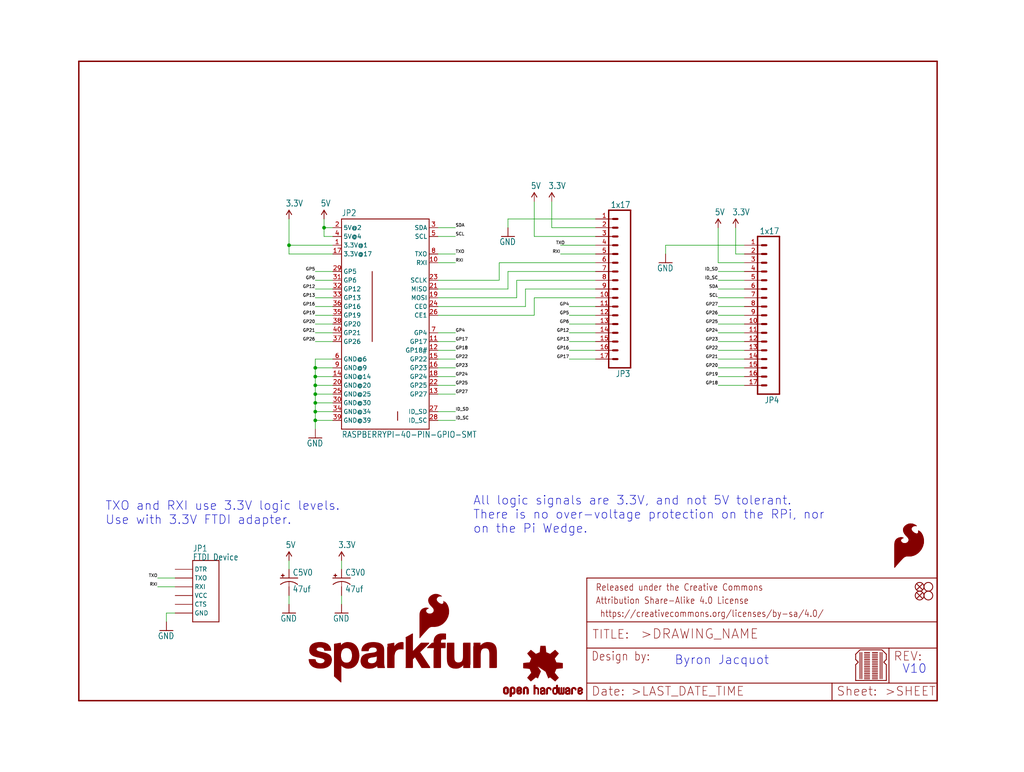
<source format=kicad_sch>
(kicad_sch (version 20211123) (generator eeschema)
  (paper "User" 297.002 223.926)
  (lib_symbols
    (symbol "eagleSchem-eagle-import:3.3V" (power)
      (property "Value" "3.3V" (at -1.016 3.556 0))
      (symbol "3.3V_1_0"
        (pin power_in line (at 0 0 90) (length 2.54) (name "3.3V") (number "1"))
      )
    )
    (symbol "eagleSchem-eagle-import:47UF-50V-20%(ELECT)"
      (property "Reference" "C" (at 1.016 0.635 0))
      (property "Value" "47UF-50V-20%(ELECT)" (at 1.016 -4.191 0))
      (symbol "47UF-50V-20%(ELECT)_1_0"
        (pin passive line (at 0 2.54 270) (length 2.54) (name "+") (number "+"))
        (pin passive line (at 0 -5.08 90) (length 2.54) (name "-") (number "-"))
      )
    )
    (symbol "eagleSchem-eagle-import:5V" (power)
      (property "Value" "5V" (at -1.016 3.556 0))
      (symbol "5V_1_0"
        (pin power_in line (at 0 0 90) (length 2.54) (name "5V") (number "1"))
      )
    )
    (symbol "eagleSchem-eagle-import:BREADBOARD_PATTERN")
    (symbol "eagleSchem-eagle-import:FIDUCIALUFIDUCIAL")
    (symbol "eagleSchem-eagle-import:FRAME-LETTER"
      (symbol "FRAME-LETTER_2_0"
        (text " https://creativecommons.org/licenses/by-sa/4.0/" (at 2.54 24.13 0) (effects (font (size 1.9304 1.6408)) (justify left bottom)))
        (text ">DRAWING_NAME" (at 15.494 17.78 0) (effects (font (size 2.7432 2.7432)) (justify left bottom)))
        (text ">LAST_DATE_TIME" (at 12.7 1.27 0) (effects (font (size 2.54 2.54)) (justify left bottom)))
        (text ">SHEET" (at 86.36 1.27 0) (effects (font (size 2.54 2.54)) (justify left bottom)))
        (text "Attribution Share-Alike 4.0 License" (at 2.54 27.94 0) (effects (font (size 1.9304 1.6408)) (justify left bottom)))
        (text "Date:" (at 1.27 1.27 0) (effects (font (size 2.54 2.54)) (justify left bottom)))
        (text "Design by:" (at 1.27 11.43 0) (effects (font (size 2.54 2.159)) (justify left bottom)))
        (text "Released under the Creative Commons" (at 2.54 31.75 0) (effects (font (size 1.9304 1.6408)) (justify left bottom)))
        (text "REV:" (at 88.9 11.43 0) (effects (font (size 2.54 2.54)) (justify left bottom)))
        (text "Sheet:" (at 72.39 1.27 0) (effects (font (size 2.54 2.54)) (justify left bottom)))
        (text "TITLE:" (at 1.524 17.78 0) (effects (font (size 2.54 2.54)) (justify left bottom)))
      )
    )
    (symbol "eagleSchem-eagle-import:FTDI_DEVICERA_SMT"
      (property "Reference" "JP" (at 0 10.16 0))
      (property "Value" "FTDI_DEVICERA_SMT" (at 0 7.62 0))
      (symbol "FTDI_DEVICERA_SMT_1_0"
        (pin bidirectional line (at -5.08 5.08 0) (length 5.08) (name "DTR") (number "1"))
        (pin bidirectional line (at -5.08 2.54 0) (length 5.08) (name "TXO") (number "2"))
        (pin bidirectional line (at -5.08 0 0) (length 5.08) (name "RXI") (number "3"))
        (pin bidirectional line (at -5.08 -2.54 0) (length 5.08) (name "VCC") (number "4"))
        (pin bidirectional line (at -5.08 -5.08 0) (length 5.08) (name "CTS") (number "5"))
        (pin bidirectional line (at -5.08 -7.62 0) (length 5.08) (name "GND") (number "6"))
      )
    )
    (symbol "eagleSchem-eagle-import:GND" (power)
      (property "Value" "GND" (at -2.54 -2.54 0))
      (symbol "GND_1_0"
        (pin power_in line (at 0 2.54 270) (length 2.54) (name "GND") (number "1"))
      )
    )
    (symbol "eagleSchem-eagle-import:M17KIT"
      (property "Reference" "JP" (at 0 23.622 0))
      (property "Value" "M17KIT" (at 0 -25.4 0))
      (symbol "M17KIT_1_0"
        (pin passive line (at 10.16 -20.32 180) (length 5.08) (name "1") (number "1"))
        (pin passive line (at 10.16 2.54 180) (length 5.08) (name "10") (number "10"))
        (pin passive line (at 10.16 5.08 180) (length 5.08) (name "11") (number "11"))
        (pin passive line (at 10.16 7.62 180) (length 5.08) (name "12") (number "12"))
        (pin passive line (at 10.16 10.16 180) (length 5.08) (name "13") (number "13"))
        (pin passive line (at 10.16 12.7 180) (length 5.08) (name "14") (number "14"))
        (pin passive line (at 10.16 15.24 180) (length 5.08) (name "15") (number "15"))
        (pin passive line (at 10.16 17.78 180) (length 5.08) (name "16") (number "16"))
        (pin passive line (at 10.16 20.32 180) (length 5.08) (name "17") (number "17"))
        (pin passive line (at 10.16 -17.78 180) (length 5.08) (name "2") (number "2"))
        (pin passive line (at 10.16 -15.24 180) (length 5.08) (name "3") (number "3"))
        (pin passive line (at 10.16 -12.7 180) (length 5.08) (name "4") (number "4"))
        (pin passive line (at 10.16 -10.16 180) (length 5.08) (name "5") (number "5"))
        (pin passive line (at 10.16 -7.62 180) (length 5.08) (name "6") (number "6"))
        (pin passive line (at 10.16 -5.08 180) (length 5.08) (name "7") (number "7"))
        (pin passive line (at 10.16 -2.54 180) (length 5.08) (name "8") (number "8"))
        (pin passive line (at 10.16 0 180) (length 5.08) (name "9") (number "9"))
      )
    )
    (symbol "eagleSchem-eagle-import:OSHW-LOGOS")
    (symbol "eagleSchem-eagle-import:RASPBERRYPI-40-PIN-GPIO-SMT"
      (property "Reference" "JP" (at -12.7 28.702 0))
      (property "Value" "RASPBERRYPI-40-PIN-GPIO-SMT" (at -12.7 -35.56 0))
      (symbol "RASPBERRYPI-40-PIN-GPIO-SMT_1_0"
        (pin power_in line (at -15.24 20.32 0) (length 2.54) (name "3.3V@1") (number "1"))
        (pin input line (at 15.24 15.24 180) (length 2.54) (name "RXI") (number "10"))
        (pin bidirectional line (at 15.24 -7.62 180) (length 2.54) (name "GP17") (number "11"))
        (pin bidirectional line (at 15.24 -10.16 180) (length 2.54) (name "GP18#") (number "12"))
        (pin bidirectional line (at 15.24 -22.86 180) (length 2.54) (name "GP27") (number "13"))
        (pin power_in line (at -15.24 -17.78 0) (length 2.54) (name "GND@14") (number "14"))
        (pin bidirectional line (at 15.24 -12.7 180) (length 2.54) (name "GP22") (number "15"))
        (pin bidirectional line (at 15.24 -15.24 180) (length 2.54) (name "GP23") (number "16"))
        (pin power_in line (at -15.24 17.78 0) (length 2.54) (name "3.3V@17") (number "17"))
        (pin bidirectional line (at 15.24 -17.78 180) (length 2.54) (name "GP24") (number "18"))
        (pin output line (at 15.24 5.08 180) (length 2.54) (name "MOSI") (number "19"))
        (pin power_in line (at -15.24 25.4 0) (length 2.54) (name "5V@2") (number "2"))
        (pin power_in line (at -15.24 -20.32 0) (length 2.54) (name "GND@20") (number "20"))
        (pin input line (at 15.24 7.62 180) (length 2.54) (name "MISO") (number "21"))
        (pin bidirectional line (at 15.24 -20.32 180) (length 2.54) (name "GP25") (number "22"))
        (pin output line (at 15.24 10.16 180) (length 2.54) (name "SCLK") (number "23"))
        (pin output line (at 15.24 2.54 180) (length 2.54) (name "CE0") (number "24"))
        (pin power_in line (at -15.24 -22.86 0) (length 2.54) (name "GND@25") (number "25"))
        (pin output line (at 15.24 0 180) (length 2.54) (name "CE1") (number "26"))
        (pin bidirectional line (at 15.24 -27.94 180) (length 2.54) (name "ID_SD") (number "27"))
        (pin bidirectional line (at 15.24 -30.48 180) (length 2.54) (name "ID_SC") (number "28"))
        (pin bidirectional line (at -15.24 12.7 0) (length 2.54) (name "GP5") (number "29"))
        (pin bidirectional line (at 15.24 25.4 180) (length 2.54) (name "SDA") (number "3"))
        (pin power_in line (at -15.24 -25.4 0) (length 2.54) (name "GND@30") (number "30"))
        (pin bidirectional line (at -15.24 10.16 0) (length 2.54) (name "GP6") (number "31"))
        (pin bidirectional line (at -15.24 7.62 0) (length 2.54) (name "GP12") (number "32"))
        (pin bidirectional line (at -15.24 5.08 0) (length 2.54) (name "GP13") (number "33"))
        (pin power_in line (at -15.24 -27.94 0) (length 2.54) (name "GND@34") (number "34"))
        (pin bidirectional line (at -15.24 0 0) (length 2.54) (name "GP19") (number "35"))
        (pin bidirectional line (at -15.24 2.54 0) (length 2.54) (name "GP16") (number "36"))
        (pin bidirectional line (at -15.24 -7.62 0) (length 2.54) (name "GP26") (number "37"))
        (pin bidirectional line (at -15.24 -2.54 0) (length 2.54) (name "GP20") (number "38"))
        (pin power_in line (at -15.24 -30.48 0) (length 2.54) (name "GND@39") (number "39"))
        (pin power_in line (at -15.24 22.86 0) (length 2.54) (name "5V@4") (number "4"))
        (pin bidirectional line (at -15.24 -5.08 0) (length 2.54) (name "GP21") (number "40"))
        (pin bidirectional line (at 15.24 22.86 180) (length 2.54) (name "SCL") (number "5"))
        (pin power_in line (at -15.24 -12.7 0) (length 2.54) (name "GND@6") (number "6"))
        (pin bidirectional line (at 15.24 -5.08 180) (length 2.54) (name "GP4") (number "7"))
        (pin output line (at 15.24 17.78 180) (length 2.54) (name "TXO") (number "8"))
        (pin power_in line (at -15.24 -15.24 0) (length 2.54) (name "GND@9") (number "9"))
      )
    )
    (symbol "eagleSchem-eagle-import:SFE_LOGO_FLAME.1_INCH")
    (symbol "eagleSchem-eagle-import:SFE_LOGO_NAME.2_INCH")
    (symbol "eagleSchem-eagle-import:SFE_LOGO_NAME_FLAME.2_INCH")
    (symbol "eagleSchem-eagle-import:STAND-OFF")
  )
  (junction (at 91.44 114.3))
  (junction (at 91.44 109.22))
  (junction (at 93.98 66.04))
  (junction (at 83.82 71.12))
  (junction (at 91.44 106.68))
  (junction (at 91.44 116.84))
  (junction (at 91.44 111.76))
  (junction (at 91.44 121.92))
  (junction (at 91.44 119.38))
  (wire (pts (xy 96.52 88.9) (xy 91.44 88.9)))
  (wire (pts (xy 127 91.44) (xy 154.94 91.44)))
  (wire (pts (xy 93.98 68.58) (xy 93.98 66.04)))
  (wire (pts (xy 50.8 170.18) (xy 45.72 170.18)))
  (wire (pts (xy 127 114.3) (xy 132.08 114.3)))
  (wire (pts (xy 48.26 177.8) (xy 50.8 177.8)))
  (wire (pts (xy 96.52 111.76) (xy 91.44 111.76)))
  (wire (pts (xy 83.82 71.12) (xy 83.82 63.5)))
  (wire (pts (xy 127 68.58) (xy 132.08 68.58)))
  (wire (pts (xy 96.52 99.06) (xy 91.44 99.06)))
  (wire (pts (xy 154.94 86.36) (xy 154.94 91.44)))
  (wire (pts (xy 83.82 172.72) (xy 83.82 175.26)))
  (wire (pts (xy 93.98 66.04) (xy 93.98 63.5)))
  (wire (pts (xy 172.72 66.04) (xy 160.02 66.04)))
  (wire (pts (xy 152.4 83.82) (xy 152.4 88.9)))
  (wire (pts (xy 172.72 81.28) (xy 149.86 81.28)))
  (wire (pts (xy 127 99.06) (xy 132.08 99.06)))
  (wire (pts (xy 172.72 88.9) (xy 165.1 88.9)))
  (wire (pts (xy 160.02 66.04) (xy 160.02 58.42)))
  (wire (pts (xy 127 88.9) (xy 152.4 88.9)))
  (wire (pts (xy 127 76.2) (xy 132.08 76.2)))
  (wire (pts (xy 127 121.92) (xy 132.08 121.92)))
  (wire (pts (xy 96.52 73.66) (xy 83.82 73.66)))
  (wire (pts (xy 127 109.22) (xy 132.08 109.22)))
  (wire (pts (xy 172.72 78.74) (xy 147.32 78.74)))
  (wire (pts (xy 215.9 109.22) (xy 208.28 109.22)))
  (wire (pts (xy 127 119.38) (xy 132.08 119.38)))
  (wire (pts (xy 127 73.66) (xy 132.08 73.66)))
  (wire (pts (xy 172.72 68.58) (xy 154.94 68.58)))
  (wire (pts (xy 96.52 86.36) (xy 91.44 86.36)))
  (wire (pts (xy 96.52 114.3) (xy 91.44 114.3)))
  (wire (pts (xy 91.44 106.68) (xy 91.44 104.14)))
  (wire (pts (xy 149.86 86.36) (xy 127 86.36)))
  (wire (pts (xy 96.52 121.92) (xy 91.44 121.92)))
  (wire (pts (xy 172.72 86.36) (xy 154.94 86.36)))
  (wire (pts (xy 147.32 78.74) (xy 147.32 83.82)))
  (wire (pts (xy 96.52 93.98) (xy 91.44 93.98)))
  (wire (pts (xy 127 83.82) (xy 147.32 83.82)))
  (wire (pts (xy 96.52 71.12) (xy 83.82 71.12)))
  (wire (pts (xy 215.9 88.9) (xy 208.28 88.9)))
  (wire (pts (xy 162.56 73.66) (xy 172.72 73.66)))
  (wire (pts (xy 215.9 111.76) (xy 208.28 111.76)))
  (wire (pts (xy 96.52 91.44) (xy 91.44 91.44)))
  (wire (pts (xy 96.52 96.52) (xy 91.44 96.52)))
  (wire (pts (xy 127 104.14) (xy 132.08 104.14)))
  (wire (pts (xy 96.52 66.04) (xy 93.98 66.04)))
  (wire (pts (xy 215.9 71.12) (xy 193.04 71.12)))
  (wire (pts (xy 144.78 76.2) (xy 172.72 76.2)))
  (wire (pts (xy 50.8 167.64) (xy 45.72 167.64)))
  (wire (pts (xy 83.82 162.56) (xy 83.82 165.1)))
  (wire (pts (xy 215.9 101.6) (xy 208.28 101.6)))
  (wire (pts (xy 96.52 78.74) (xy 91.44 78.74)))
  (wire (pts (xy 215.9 78.74) (xy 208.28 78.74)))
  (wire (pts (xy 91.44 114.3) (xy 91.44 111.76)))
  (wire (pts (xy 172.72 91.44) (xy 165.1 91.44)))
  (wire (pts (xy 91.44 104.14) (xy 96.52 104.14)))
  (wire (pts (xy 172.72 101.6) (xy 165.1 101.6)))
  (wire (pts (xy 215.9 76.2) (xy 208.28 76.2)))
  (wire (pts (xy 215.9 93.98) (xy 208.28 93.98)))
  (wire (pts (xy 91.44 121.92) (xy 91.44 119.38)))
  (wire (pts (xy 215.9 106.68) (xy 208.28 106.68)))
  (wire (pts (xy 91.44 109.22) (xy 91.44 106.68)))
  (wire (pts (xy 127 66.04) (xy 132.08 66.04)))
  (wire (pts (xy 215.9 99.06) (xy 208.28 99.06)))
  (wire (pts (xy 172.72 63.5) (xy 147.32 63.5)))
  (wire (pts (xy 213.36 73.66) (xy 213.36 66.04)))
  (wire (pts (xy 96.52 68.58) (xy 93.98 68.58)))
  (wire (pts (xy 172.72 99.06) (xy 165.1 99.06)))
  (wire (pts (xy 215.9 104.14) (xy 208.28 104.14)))
  (wire (pts (xy 172.72 96.52) (xy 165.1 96.52)))
  (wire (pts (xy 215.9 91.44) (xy 208.28 91.44)))
  (wire (pts (xy 208.28 76.2) (xy 208.28 66.04)))
  (wire (pts (xy 96.52 119.38) (xy 91.44 119.38)))
  (wire (pts (xy 144.78 81.28) (xy 127 81.28)))
  (wire (pts (xy 99.06 162.56) (xy 99.06 165.1)))
  (wire (pts (xy 127 111.76) (xy 132.08 111.76)))
  (wire (pts (xy 91.44 124.46) (xy 91.44 121.92)))
  (wire (pts (xy 215.9 73.66) (xy 213.36 73.66)))
  (wire (pts (xy 215.9 81.28) (xy 208.28 81.28)))
  (wire (pts (xy 193.04 71.12) (xy 193.04 73.66)))
  (wire (pts (xy 172.72 104.14) (xy 165.1 104.14)))
  (wire (pts (xy 172.72 83.82) (xy 152.4 83.82)))
  (wire (pts (xy 96.52 109.22) (xy 91.44 109.22)))
  (wire (pts (xy 154.94 68.58) (xy 154.94 58.42)))
  (wire (pts (xy 83.82 73.66) (xy 83.82 71.12)))
  (wire (pts (xy 91.44 111.76) (xy 91.44 109.22)))
  (wire (pts (xy 144.78 81.28) (xy 144.78 76.2)))
  (wire (pts (xy 149.86 81.28) (xy 149.86 86.36)))
  (wire (pts (xy 147.32 63.5) (xy 147.32 66.04)))
  (wire (pts (xy 208.28 83.82) (xy 215.9 83.82)))
  (wire (pts (xy 96.52 81.28) (xy 91.44 81.28)))
  (wire (pts (xy 172.72 93.98) (xy 165.1 93.98)))
  (wire (pts (xy 127 101.6) (xy 132.08 101.6)))
  (wire (pts (xy 48.26 180.34) (xy 48.26 177.8)))
  (wire (pts (xy 99.06 172.72) (xy 99.06 175.26)))
  (wire (pts (xy 96.52 116.84) (xy 91.44 116.84)))
  (wire (pts (xy 91.44 116.84) (xy 91.44 114.3)))
  (wire (pts (xy 215.9 96.52) (xy 208.28 96.52)))
  (wire (pts (xy 91.44 119.38) (xy 91.44 116.84)))
  (wire (pts (xy 208.28 86.36) (xy 215.9 86.36)))
  (wire (pts (xy 132.08 96.52) (xy 127 96.52)))
  (wire (pts (xy 172.72 71.12) (xy 162.56 71.12)))
  (wire (pts (xy 96.52 106.68) (xy 91.44 106.68)))
  (wire (pts (xy 96.52 83.82) (xy 91.44 83.82)))
  (wire (pts (xy 127 106.68) (xy 132.08 106.68)))
  (text "TXO and RXI use 3.3V logic levels.\nUse with 3.3V FTDI adapter." (at 30.48 152.4 0) (effects (font (size 2.54 2.54)) (justify left bottom)))
  (text "All logic signals are 3.3V, and not 5V tolerant.\nThere is no over-voltage protection on the RPi, nor\non the Pi Wedge." (at 137.16 154.94 0) (effects (font (size 2.54 2.54)) (justify left bottom)))
  (text "V10" (at 261.62 195.58 180) (effects (font (size 2.54 2.54)) (justify left bottom)))
  (text "Byron Jacquot" (at 195.58 193.04 180) (effects (font (size 2.54 2.54)) (justify left bottom)))
  (label "GP19" (at 208.28 109.22 180) (effects (font (size 0.889 0.889))))
  (label "GP4" (at 132.08 96.52 0) (effects (font (size 0.889 0.889))))
  (label "TXO" (at 163.83 71.12 180) (effects (font (size 0.889 0.889))))
  (label "ID_SC" (at 208.28 81.28 180) (effects (font (size 0.889 0.889))))
  (label "TXO" (at 45.72 167.64 180) (effects (font (size 0.889 0.889))))
  (label "ID_SD" (at 208.28 78.74 180) (effects (font (size 0.889 0.889))))
  (label "ID_SD" (at 132.08 119.38 0) (effects (font (size 0.889 0.889))))
  (label "TXO" (at 132.08 73.66 0) (effects (font (size 0.889 0.889))))
  (label "GP26" (at 91.44 99.06 180) (effects (font (size 0.889 0.889))))
  (label "GP21" (at 208.28 104.14 180) (effects (font (size 0.889 0.889))))
  (label "GP17" (at 165.1 104.14 180) (effects (font (size 0.889 0.889))))
  (label "RXI" (at 162.56 73.66 180) (effects (font (size 0.889 0.889))))
  (label "GP13" (at 91.44 86.36 180) (effects (font (size 0.889 0.889))))
  (label "SDA" (at 132.08 66.04 0) (effects (font (size 0.889 0.889))))
  (label "GP27" (at 208.28 88.9 180) (effects (font (size 0.889 0.889))))
  (label "GP23" (at 132.08 106.68 0) (effects (font (size 0.889 0.889))))
  (label "GP23" (at 208.28 99.06 180) (effects (font (size 0.889 0.889))))
  (label "SCL" (at 132.08 68.58 0) (effects (font (size 0.889 0.889))))
  (label "GP12" (at 165.1 96.52 180) (effects (font (size 0.889 0.889))))
  (label "GP27" (at 132.08 114.3 0) (effects (font (size 0.889 0.889))))
  (label "GP5" (at 165.1 91.44 180) (effects (font (size 0.889 0.889))))
  (label "GP25" (at 208.28 93.98 180) (effects (font (size 0.889 0.889))))
  (label "GP21" (at 91.44 96.52 180) (effects (font (size 0.889 0.889))))
  (label "GP22" (at 132.08 104.14 0) (effects (font (size 0.889 0.889))))
  (label "SCL" (at 208.28 86.36 180) (effects (font (size 0.889 0.889))))
  (label "GP20" (at 208.28 106.68 180) (effects (font (size 0.889 0.889))))
  (label "GP26" (at 208.28 91.44 180) (effects (font (size 0.889 0.889))))
  (label "ID_SC" (at 132.08 121.92 0) (effects (font (size 0.889 0.889))))
  (label "GP6" (at 91.44 81.28 180) (effects (font (size 0.889 0.889))))
  (label "GP24" (at 208.28 96.52 180) (effects (font (size 0.889 0.889))))
  (label "GP16" (at 165.1 101.6 180) (effects (font (size 0.889 0.889))))
  (label "GP20" (at 91.44 93.98 180) (effects (font (size 0.889 0.889))))
  (label "GP12" (at 91.44 83.82 180) (effects (font (size 0.889 0.889))))
  (label "GP18" (at 132.08 101.6 0) (effects (font (size 0.889 0.889))))
  (label "GP17" (at 132.08 99.06 0) (effects (font (size 0.889 0.889))))
  (label "GP4" (at 165.1 88.9 180) (effects (font (size 0.889 0.889))))
  (label "SDA" (at 208.28 83.82 180) (effects (font (size 0.889 0.889))))
  (label "GP25" (at 132.08 111.76 0) (effects (font (size 0.889 0.889))))
  (label "GP22" (at 208.28 101.6 180) (effects (font (size 0.889 0.889))))
  (label "GP5" (at 91.44 78.74 180) (effects (font (size 0.889 0.889))))
  (label "RXI" (at 45.72 170.18 180) (effects (font (size 0.889 0.889))))
  (label "GP24" (at 132.08 109.22 0) (effects (font (size 0.889 0.889))))
  (label "GP16" (at 91.44 88.9 180) (effects (font (size 0.889 0.889))))
  (label "GP13" (at 165.1 99.06 180) (effects (font (size 0.889 0.889))))
  (label "GP19" (at 91.44 91.44 180) (effects (font (size 0.889 0.889))))
  (label "GP18" (at 208.28 111.76 180) (effects (font (size 0.889 0.889))))
  (label "GP6" (at 165.1 93.98 180) (effects (font (size 0.889 0.889))))
  (label "RXI" (at 132.08 76.2 0) (effects (font (size 0.889 0.889))))
  (symbol (lib_id "eagleSchem-eagle-import:5V") (at 208.28 66.04 0) (unit 1)
    (property "Reference" "#SUPPLY8" (effects hide))
    (property "Value" "5V" (at 207.264 62.484 0) (effects (font (size 1.778 1.5113)) (justify left bottom)))
    (property "Footprint" "eagleSchem:" (effects hide))
  )
  (symbol (lib_id "eagleSchem-eagle-import:47UF-50V-20%(ELECT)") (at 99.06 167.64 0) (unit 1)
    (property "Reference" "C3V0" (at 100.076 167.005 0) (effects (font (size 1.778 1.5113)) (justify left bottom)))
    (property "Value" "47uf" (at 100.076 171.831 0) (effects (font (size 1.778 1.5113)) (justify left bottom)))
    (property "Footprint" "eagleSchem:PANASONIC_D" (effects hide))
  )
  (symbol (lib_id "eagleSchem-eagle-import:5V") (at 154.94 58.42 0) (unit 1)
    (property "Reference" "#SUPPLY12" (effects hide))
    (property "Value" "5V" (at 153.924 54.864 0) (effects (font (size 1.778 1.5113)) (justify left bottom)))
    (property "Footprint" "eagleSchem:" (effects hide))
  )
  (symbol (lib_id "eagleSchem-eagle-import:3.3V") (at 83.82 63.5 0) (unit 1)
    (property "Reference" "#SUPPLY14" (effects hide))
    (property "Value" "3.3V" (at 82.804 59.944 0) (effects (font (size 1.778 1.5113)) (justify left bottom)))
    (property "Footprint" "eagleSchem:" (effects hide))
  )
  (symbol (lib_id "eagleSchem-eagle-import:GND") (at 83.82 177.8 0) (unit 1)
    (property "Reference" "#GND4" (effects hide))
    (property "Value" "GND" (at 81.28 180.34 0) (effects (font (size 1.778 1.5113)) (justify left bottom)))
    (property "Footprint" "eagleSchem:" (effects hide))
  )
  (symbol (lib_id "eagleSchem-eagle-import:47UF-50V-20%(ELECT)") (at 83.82 167.64 0) (unit 1)
    (property "Reference" "C5V0" (at 84.836 167.005 0) (effects (font (size 1.778 1.5113)) (justify left bottom)))
    (property "Value" "47uf" (at 84.836 171.831 0) (effects (font (size 1.778 1.5113)) (justify left bottom)))
    (property "Footprint" "eagleSchem:PANASONIC_D" (effects hide))
  )
  (symbol (lib_id "eagleSchem-eagle-import:FIDUCIALUFIDUCIAL") (at 266.7 170.18 0) (unit 1)
    (property "Reference" "FID1" (effects hide))
    (property "Value" "FIDUCIALUFIDUCIAL" (effects hide))
    (property "Footprint" "eagleSchem:MICRO-FIDUCIAL" (effects hide))
  )
  (symbol (lib_id "eagleSchem-eagle-import:GND") (at 91.44 127 0) (unit 1)
    (property "Reference" "#GND9" (effects hide))
    (property "Value" "GND" (at 88.9 129.54 0) (effects (font (size 1.778 1.5113)) (justify left bottom)))
    (property "Footprint" "eagleSchem:" (effects hide))
  )
  (symbol (lib_id "eagleSchem-eagle-import:FRAME-LETTER") (at 22.86 203.2 0) (unit 1)
    (property "Reference" "FRAME2" (effects hide))
    (property "Value" "FRAME-LETTER" (effects hide))
    (property "Footprint" "eagleSchem:CREATIVE_COMMONS" (effects hide))
  )
  (symbol (lib_id "eagleSchem-eagle-import:FIDUCIALUFIDUCIAL") (at 266.7 172.72 0) (unit 1)
    (property "Reference" "FID2" (effects hide))
    (property "Value" "FIDUCIALUFIDUCIAL" (effects hide))
    (property "Footprint" "eagleSchem:MICRO-FIDUCIAL" (effects hide))
  )
  (symbol (lib_id "eagleSchem-eagle-import:SFE_LOGO_NAME.2_INCH") (at 87.63 197.866 0) (unit 1)
    (property "Reference" "LOGO1" (effects hide))
    (property "Value" "SFE_LOGO_NAME.2_INCH" (effects hide))
    (property "Footprint" "eagleSchem:SFE_LOGO_NAME_.2" (effects hide))
  )
  (symbol (lib_id "eagleSchem-eagle-import:SFE_LOGO_FLAME.1_INCH") (at 259.08 165.1 0) (unit 1)
    (property "Reference" "LOGO4" (effects hide))
    (property "Value" "SFE_LOGO_FLAME.1_INCH" (effects hide))
    (property "Footprint" "eagleSchem:SFE_LOGO_FLAME_.1" (effects hide))
  )
  (symbol (lib_id "eagleSchem-eagle-import:FTDI_DEVICERA_SMT") (at 55.88 170.18 0) (unit 1)
    (property "Reference" "JP1" (at 55.88 160.02 0) (effects (font (size 1.778 1.5113)) (justify left bottom)))
    (property "Value" "FTDI Device" (at 55.88 162.56 0) (effects (font (size 1.778 1.5113)) (justify left bottom)))
    (property "Footprint" "eagleSchem:FTDI_DEVICE_RA_SMT" (effects hide))
  )
  (symbol (lib_id "eagleSchem-eagle-import:5V") (at 83.82 162.56 0) (unit 1)
    (property "Reference" "#SUPPLY9" (effects hide))
    (property "Value" "5V" (at 82.804 159.004 0) (effects (font (size 1.778 1.5113)) (justify left bottom)))
    (property "Footprint" "eagleSchem:" (effects hide))
  )
  (symbol (lib_id "eagleSchem-eagle-import:SFE_LOGO_NAME_FLAME.2_INCH") (at 88.9 198.12 0) (unit 1)
    (property "Reference" "LOGO2" (effects hide))
    (property "Value" "SFE_LOGO_NAME_FLAME.2_INCH" (effects hide))
    (property "Footprint" "eagleSchem:SFE_LOGO_NAME_FLAME_.2" (effects hide))
  )
  (symbol (lib_id "eagleSchem-eagle-import:GND") (at 193.04 76.2 0) (unit 1)
    (property "Reference" "#GND2" (effects hide))
    (property "Value" "GND" (at 190.5 78.74 0) (effects (font (size 1.778 1.5113)) (justify left bottom)))
    (property "Footprint" "eagleSchem:" (effects hide))
  )
  (symbol (lib_id "eagleSchem-eagle-import:GND") (at 99.06 177.8 0) (unit 1)
    (property "Reference" "#GND8" (effects hide))
    (property "Value" "GND" (at 96.52 180.34 0) (effects (font (size 1.778 1.5113)) (justify left bottom)))
    (property "Footprint" "eagleSchem:" (effects hide))
  )
  (symbol (lib_id "eagleSchem-eagle-import:M17KIT") (at 182.88 83.82 180) (unit 1)
    (property "Reference" "JP3" (at 182.88 107.442 0) (effects (font (size 1.778 1.5113)) (justify left bottom)))
    (property "Value" "1x17" (at 182.88 58.42 0) (effects (font (size 1.778 1.5113)) (justify left bottom)))
    (property "Footprint" "eagleSchem:1X17_NO_SILK_KIT" (effects hide))
  )
  (symbol (lib_id "eagleSchem-eagle-import:M17KIT") (at 226.06 91.44 180) (unit 1)
    (property "Reference" "JP4" (at 226.06 115.062 0) (effects (font (size 1.778 1.5113)) (justify left bottom)))
    (property "Value" "1x17" (at 226.06 66.04 0) (effects (font (size 1.778 1.5113)) (justify left bottom)))
    (property "Footprint" "eagleSchem:1X17_NO_SILK_KIT" (effects hide))
  )
  (symbol (lib_id "eagleSchem-eagle-import:FRAME-LETTER") (at 170.18 203.2 0) (unit 2)
    (property "Reference" "FRAME2" (effects hide))
    (property "Value" "FRAME-LETTER" (effects hide))
    (property "Footprint" "eagleSchem:CREATIVE_COMMONS" (effects hide))
  )
  (symbol (lib_id "eagleSchem-eagle-import:3.3V") (at 213.36 66.04 0) (unit 1)
    (property "Reference" "#SUPPLY7" (effects hide))
    (property "Value" "3.3V" (at 212.344 62.484 0) (effects (font (size 1.778 1.5113)) (justify left bottom)))
    (property "Footprint" "eagleSchem:" (effects hide))
  )
  (symbol (lib_id "eagleSchem-eagle-import:5V") (at 93.98 63.5 0) (unit 1)
    (property "Reference" "#SUPPLY13" (effects hide))
    (property "Value" "5V" (at 92.964 59.944 0) (effects (font (size 1.778 1.5113)) (justify left bottom)))
    (property "Footprint" "eagleSchem:" (effects hide))
  )
  (symbol (lib_id "eagleSchem-eagle-import:BREADBOARD_PATTERN") (at 248.158 197.358 0) (unit 1)
    (property "Reference" "U$2" (effects hide))
    (property "Value" "BREADBOARD_PATTERN" (effects hide))
    (property "Footprint" "eagleSchem:BREADBOARD_SPACING" (effects hide))
  )
  (symbol (lib_id "eagleSchem-eagle-import:GND") (at 147.32 68.58 0) (unit 1)
    (property "Reference" "#GND3" (effects hide))
    (property "Value" "GND" (at 144.78 71.12 0) (effects (font (size 1.778 1.5113)) (justify left bottom)))
    (property "Footprint" "eagleSchem:" (effects hide))
  )
  (symbol (lib_id "eagleSchem-eagle-import:STAND-OFF") (at 269.24 172.72 0) (unit 1)
    (property "Reference" "STANDOFF1" (effects hide))
    (property "Value" "STAND-OFF" (effects hide))
    (property "Footprint" "eagleSchem:STAND-OFF" (effects hide))
  )
  (symbol (lib_id "eagleSchem-eagle-import:SFE_LOGO_FLAME.1_INCH") (at 259.08 165.1 0) (unit 1)
    (property "Reference" "LOGO3" (effects hide))
    (property "Value" "SFE_LOGO_FLAME.1_INCH" (effects hide))
    (property "Footprint" "eagleSchem:SFE_LOGO_FLAME_.1" (effects hide))
  )
  (symbol (lib_id "eagleSchem-eagle-import:STAND-OFF") (at 269.24 170.18 0) (unit 1)
    (property "Reference" "STANDOFF2" (effects hide))
    (property "Value" "STAND-OFF" (effects hide))
    (property "Footprint" "eagleSchem:STAND-OFF" (effects hide))
  )
  (symbol (lib_id "eagleSchem-eagle-import:3.3V") (at 160.02 58.42 0) (unit 1)
    (property "Reference" "#SUPPLY11" (effects hide))
    (property "Value" "3.3V" (at 159.004 54.864 0) (effects (font (size 1.778 1.5113)) (justify left bottom)))
    (property "Footprint" "eagleSchem:" (effects hide))
  )
  (symbol (lib_id "eagleSchem-eagle-import:RASPBERRYPI-40-PIN-GPIO-SMT") (at 111.76 91.44 0) (unit 1)
    (property "Reference" "JP2" (at 99.06 62.738 0) (effects (font (size 1.778 1.5113)) (justify left bottom)))
    (property "Value" "RASPBERRYPI-40-PIN-GPIO-SMT" (at 99.06 127 0) (effects (font (size 1.778 1.5113)) (justify left bottom)))
    (property "Footprint" "eagleSchem:2X20-SHROUDED-SMT" (effects hide))
  )
  (symbol (lib_id "eagleSchem-eagle-import:3.3V") (at 99.06 162.56 0) (unit 1)
    (property "Reference" "#SUPPLY10" (effects hide))
    (property "Value" "3.3V" (at 98.044 159.004 0) (effects (font (size 1.778 1.5113)) (justify left bottom)))
    (property "Footprint" "eagleSchem:" (effects hide))
  )
  (symbol (lib_id "eagleSchem-eagle-import:OSHW-LOGOS") (at 157.48 193.04 0) (unit 1)
    (property "Reference" "LOGO5" (effects hide))
    (property "Value" "OSHW-LOGOS" (effects hide))
    (property "Footprint" "eagleSchem:OSHW-LOGO-S" (effects hide))
  )
  (symbol (lib_id "eagleSchem-eagle-import:GND") (at 48.26 182.88 0) (unit 1)
    (property "Reference" "#GND1" (effects hide))
    (property "Value" "GND" (at 45.72 185.42 0) (effects (font (size 1.778 1.5113)) (justify left bottom)))
    (property "Footprint" "eagleSchem:" (effects hide))
  )
)
</source>
